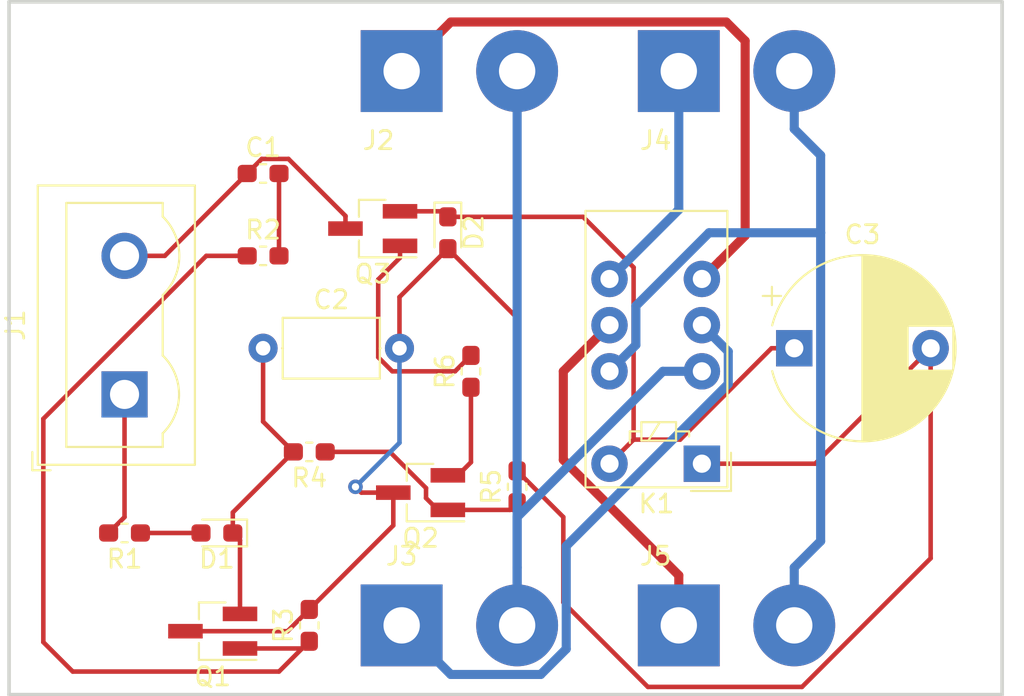
<source format=kicad_pcb>
(kicad_pcb (version 20171130) (host pcbnew "(5.0.1-3-g963ef8bb5)")

  (general
    (thickness 1.6)
    (drawings 4)
    (tracks 108)
    (zones 0)
    (modules 24)
    (nets 18)
  )

  (page A4)
  (layers
    (0 F.Cu signal)
    (31 B.Cu signal)
    (32 B.Adhes user)
    (33 F.Adhes user)
    (34 B.Paste user)
    (35 F.Paste user)
    (36 B.SilkS user)
    (37 F.SilkS user)
    (38 B.Mask user)
    (39 F.Mask user)
    (40 Dwgs.User user)
    (41 Cmts.User user)
    (42 Eco1.User user)
    (43 Eco2.User user)
    (44 Edge.Cuts user)
    (45 Margin user)
    (46 B.CrtYd user)
    (47 F.CrtYd user)
    (48 B.Fab user)
    (49 F.Fab user)
  )

  (setup
    (last_trace_width 0.25)
    (user_trace_width 0.5)
    (trace_clearance 0.2)
    (zone_clearance 0.508)
    (zone_45_only no)
    (trace_min 0.2)
    (segment_width 0.2)
    (edge_width 0.15)
    (via_size 0.8)
    (via_drill 0.4)
    (via_min_size 0.4)
    (via_min_drill 0.3)
    (uvia_size 0.3)
    (uvia_drill 0.1)
    (uvias_allowed no)
    (uvia_min_size 0.2)
    (uvia_min_drill 0.1)
    (pcb_text_width 0.3)
    (pcb_text_size 1.5 1.5)
    (mod_edge_width 0.15)
    (mod_text_size 1 1)
    (mod_text_width 0.15)
    (pad_size 1.524 1.524)
    (pad_drill 0.762)
    (pad_to_mask_clearance 0.051)
    (solder_mask_min_width 0.25)
    (aux_axis_origin 0 0)
    (visible_elements FFFFFF7F)
    (pcbplotparams
      (layerselection 0x010fc_ffffffff)
      (usegerberextensions false)
      (usegerberattributes false)
      (usegerberadvancedattributes false)
      (creategerberjobfile false)
      (excludeedgelayer true)
      (linewidth 0.100000)
      (plotframeref false)
      (viasonmask false)
      (mode 1)
      (useauxorigin false)
      (hpglpennumber 1)
      (hpglpenspeed 20)
      (hpglpendiameter 15.000000)
      (psnegative false)
      (psa4output false)
      (plotreference true)
      (plotvalue true)
      (plotinvisibletext false)
      (padsonsilk false)
      (subtractmaskfromsilk false)
      (outputformat 1)
      (mirror false)
      (drillshape 0)
      (scaleselection 1)
      (outputdirectory "gerber"))
  )

  (net 0 "")
  (net 1 "Net-(C1-Pad2)")
  (net 2 "Net-(C1-Pad1)")
  (net 3 "Net-(C2-Pad1)")
  (net 4 GND)
  (net 5 /Aux)
  (net 6 "Net-(D1-Pad2)")
  (net 7 /ACSense)
  (net 8 "Net-(J2-Pad2)")
  (net 9 "Net-(J2-Pad1)")
  (net 10 "Net-(J3-Pad1)")
  (net 11 "Net-(J4-Pad1)")
  (net 12 "Net-(J4-Pad2)")
  (net 13 "Net-(Q1-Pad1)")
  (net 14 "Net-(Q2-Pad1)")
  (net 15 "Net-(Q2-Pad2)")
  (net 16 "Net-(Q3-Pad1)")
  (net 17 "Net-(J5-Pad1)")

  (net_class Default "This is the default net class."
    (clearance 0.2)
    (trace_width 0.25)
    (via_dia 0.8)
    (via_drill 0.4)
    (uvia_dia 0.3)
    (uvia_drill 0.1)
    (add_net /ACSense)
    (add_net /Aux)
    (add_net GND)
    (add_net "Net-(C1-Pad1)")
    (add_net "Net-(C1-Pad2)")
    (add_net "Net-(C2-Pad1)")
    (add_net "Net-(D1-Pad2)")
    (add_net "Net-(J2-Pad1)")
    (add_net "Net-(J2-Pad2)")
    (add_net "Net-(J3-Pad1)")
    (add_net "Net-(J4-Pad1)")
    (add_net "Net-(J4-Pad2)")
    (add_net "Net-(J5-Pad1)")
    (add_net "Net-(Q1-Pad1)")
    (add_net "Net-(Q2-Pad1)")
    (add_net "Net-(Q2-Pad2)")
    (add_net "Net-(Q3-Pad1)")
  )

  (module Relay_THT:Relay_DPDT_Omron_G6S-2 (layer F.Cu) (tedit 5A59B931) (tstamp 5CDFBE6E)
    (at 87.63 105.41 180)
    (descr "Relay Omron G6S-2, see http://omronfs.omron.com/en_US/ecb/products/pdf/en-g6s.pdf")
    (tags "Relay Omron G6S-2")
    (path /5C49BA51)
    (fp_text reference K1 (at 2.5 -2.2 180) (layer F.SilkS)
      (effects (font (size 1 1) (thickness 0.15)))
    )
    (fp_text value G6S-2 (at 2.5 14.9 180) (layer F.Fab)
      (effects (font (size 1 1) (thickness 0.15)))
    )
    (fp_text user %R (at 2.54 6.35 180) (layer F.Fab)
      (effects (font (size 1 1) (thickness 0.15)))
    )
    (fp_line (start -1.6 -1.5) (end 0.6 -1.5) (layer F.SilkS) (width 0.12))
    (fp_line (start -1.6 0.6) (end -1.6 -1.5) (layer F.SilkS) (width 0.12))
    (fp_line (start -1.4 13.9) (end -1.4 -1.3) (layer F.SilkS) (width 0.12))
    (fp_line (start 6.4 13.9) (end -1.4 13.9) (layer F.SilkS) (width 0.12))
    (fp_line (start 6.4 -1.3) (end 6.4 13.9) (layer F.SilkS) (width 0.12))
    (fp_line (start -1.4 -1.3) (end 6.4 -1.3) (layer F.SilkS) (width 0.12))
    (fp_line (start -1.2 -0.1) (end -0.1 -1.1) (layer F.Fab) (width 0.12))
    (fp_line (start -1.2 13.7) (end -1.2 -0.1) (layer F.Fab) (width 0.12))
    (fp_line (start 6.2 13.7) (end -1.2 13.7) (layer F.Fab) (width 0.12))
    (fp_line (start 6.2 -1.1) (end 6.2 13.7) (layer F.Fab) (width 0.12))
    (fp_line (start -0.1 -1.1) (end 6.2 -1.1) (layer F.Fab) (width 0.12))
    (fp_line (start 2.946 1.27) (end 2.311 2.286) (layer F.SilkS) (width 0.12))
    (fp_line (start 0.7 1.5) (end 0.7 1.778) (layer F.SilkS) (width 0.12))
    (fp_line (start 0.7 1.778) (end 1.422 1.778) (layer F.SilkS) (width 0.12))
    (fp_line (start 3.962 1.143) (end 3.962 1.778) (layer F.SilkS) (width 0.12))
    (fp_line (start 3.962 1.778) (end 3.327 1.778) (layer F.SilkS) (width 0.12))
    (fp_line (start 3.327 1.27) (end 1.422 1.27) (layer F.SilkS) (width 0.12))
    (fp_line (start 1.422 1.27) (end 1.422 2.286) (layer F.SilkS) (width 0.12))
    (fp_line (start 1.422 2.286) (end 3.327 2.286) (layer F.SilkS) (width 0.12))
    (fp_line (start 3.327 1.27) (end 3.327 2.286) (layer F.SilkS) (width 0.12))
    (fp_line (start -1.45 -1.35) (end 6.45 -1.35) (layer F.CrtYd) (width 0.05))
    (fp_line (start -1.45 -1.35) (end -1.45 13.95) (layer F.CrtYd) (width 0.05))
    (fp_line (start 6.45 13.95) (end 6.45 -1.35) (layer F.CrtYd) (width 0.05))
    (fp_line (start 6.45 13.95) (end -1.45 13.95) (layer F.CrtYd) (width 0.05))
    (pad 7 thru_hole circle (at 5.08 7.62 90) (size 2 2) (drill 1) (layers *.Cu *.Mask)
      (net 17 "Net-(J5-Pad1)"))
    (pad 4 thru_hole circle (at 0 7.62 90) (size 2 2) (drill 1) (layers *.Cu *.Mask)
      (net 10 "Net-(J3-Pad1)"))
    (pad 10 thru_hole circle (at 5.08 0 180) (size 2 2) (drill 1) (layers *.Cu *.Mask)
      (net 5 /Aux))
    (pad 8 thru_hole circle (at 5.08 5.08 180) (size 2 2) (drill 1) (layers *.Cu *.Mask)
      (net 12 "Net-(J4-Pad2)"))
    (pad 1 thru_hole rect (at 0 0 180) (size 2 2) (drill 1) (layers *.Cu *.Mask)
      (net 4 GND))
    (pad 3 thru_hole circle (at 0 5.08 180) (size 2 2) (drill 1) (layers *.Cu *.Mask)
      (net 8 "Net-(J2-Pad2)"))
    (pad 6 thru_hole circle (at 5.08 10.16 180) (size 2 2) (drill 1) (layers *.Cu *.Mask)
      (net 11 "Net-(J4-Pad1)"))
    (pad 5 thru_hole circle (at 0 10.16 180) (size 2 2) (drill 1) (layers *.Cu *.Mask)
      (net 9 "Net-(J2-Pad1)"))
    (model ${KISYS3DMOD}/Relay_THT.3dshapes/Relay_DPDT_Omron_G6S-2.wrl
      (at (xyz 0 0 0))
      (scale (xyz 1 1 1))
      (rotate (xyz 0 0 0))
    )
  )

  (module Package_TO_SOT_SMD:SOT-23_Handsoldering (layer F.Cu) (tedit 5A0AB76C) (tstamp 5CDF8897)
    (at 60.73 114.62 180)
    (descr "SOT-23, Handsoldering")
    (tags SOT-23)
    (path /5C490248)
    (attr smd)
    (fp_text reference Q1 (at 0 -2.5 180) (layer F.SilkS)
      (effects (font (size 1 1) (thickness 0.15)))
    )
    (fp_text value npn (at 0 2.5 180) (layer F.Fab)
      (effects (font (size 1 1) (thickness 0.15)))
    )
    (fp_line (start 0.76 1.58) (end -0.7 1.58) (layer F.SilkS) (width 0.12))
    (fp_line (start -0.7 1.52) (end 0.7 1.52) (layer F.Fab) (width 0.1))
    (fp_line (start 0.7 -1.52) (end 0.7 1.52) (layer F.Fab) (width 0.1))
    (fp_line (start -0.7 -0.95) (end -0.15 -1.52) (layer F.Fab) (width 0.1))
    (fp_line (start -0.15 -1.52) (end 0.7 -1.52) (layer F.Fab) (width 0.1))
    (fp_line (start -0.7 -0.95) (end -0.7 1.5) (layer F.Fab) (width 0.1))
    (fp_line (start 0.76 -1.58) (end -2.4 -1.58) (layer F.SilkS) (width 0.12))
    (fp_line (start -2.7 1.75) (end -2.7 -1.75) (layer F.CrtYd) (width 0.05))
    (fp_line (start 2.7 1.75) (end -2.7 1.75) (layer F.CrtYd) (width 0.05))
    (fp_line (start 2.7 -1.75) (end 2.7 1.75) (layer F.CrtYd) (width 0.05))
    (fp_line (start -2.7 -1.75) (end 2.7 -1.75) (layer F.CrtYd) (width 0.05))
    (fp_line (start 0.76 -1.58) (end 0.76 -0.65) (layer F.SilkS) (width 0.12))
    (fp_line (start 0.76 1.58) (end 0.76 0.65) (layer F.SilkS) (width 0.12))
    (fp_text user %R (at 0 0 270) (layer F.Fab)
      (effects (font (size 0.5 0.5) (thickness 0.075)))
    )
    (pad 3 smd rect (at 1.5 0 180) (size 1.9 0.8) (layers F.Cu F.Paste F.Mask)
      (net 4 GND))
    (pad 2 smd rect (at -1.5 0.95 180) (size 1.9 0.8) (layers F.Cu F.Paste F.Mask)
      (net 3 "Net-(C2-Pad1)"))
    (pad 1 smd rect (at -1.5 -0.95 180) (size 1.9 0.8) (layers F.Cu F.Paste F.Mask)
      (net 13 "Net-(Q1-Pad1)"))
    (model ${KISYS3DMOD}/Package_TO_SOT_SMD.3dshapes/SOT-23.wrl
      (at (xyz 0 0 0))
      (scale (xyz 1 1 1))
      (rotate (xyz 0 0 0))
    )
  )

  (module Capacitor_THT:CP_Radial_D10.0mm_P7.50mm (layer F.Cu) (tedit 5AE50EF1) (tstamp 5CDFA8D9)
    (at 92.71 99.06)
    (descr "CP, Radial series, Radial, pin pitch=7.50mm, , diameter=10mm, Electrolytic Capacitor")
    (tags "CP Radial series Radial pin pitch 7.50mm  diameter 10mm Electrolytic Capacitor")
    (path /5C490F8F)
    (fp_text reference C3 (at 3.75 -6.25) (layer F.SilkS)
      (effects (font (size 1 1) (thickness 0.15)))
    )
    (fp_text value 1000u (at 10.16 -3.81) (layer F.Fab)
      (effects (font (size 1 1) (thickness 0.15)))
    )
    (fp_arc (start 3.75 0) (end -1.21254 -1.26) (angle 331.50704) (layer F.SilkS) (width 0.12))
    (fp_circle (center 3.75 0) (end 8.75 0) (layer F.Fab) (width 0.1))
    (fp_circle (center 3.75 0) (end 9 0) (layer F.CrtYd) (width 0.05))
    (fp_line (start -0.538861 -2.1875) (end 0.461139 -2.1875) (layer F.Fab) (width 0.1))
    (fp_line (start -0.038861 -2.6875) (end -0.038861 -1.6875) (layer F.Fab) (width 0.1))
    (fp_line (start 3.75 -5.08) (end 3.75 5.08) (layer F.SilkS) (width 0.12))
    (fp_line (start 3.79 -5.08) (end 3.79 5.08) (layer F.SilkS) (width 0.12))
    (fp_line (start 3.83 -5.08) (end 3.83 5.08) (layer F.SilkS) (width 0.12))
    (fp_line (start 3.87 -5.079) (end 3.87 5.079) (layer F.SilkS) (width 0.12))
    (fp_line (start 3.91 -5.078) (end 3.91 5.078) (layer F.SilkS) (width 0.12))
    (fp_line (start 3.95 -5.077) (end 3.95 5.077) (layer F.SilkS) (width 0.12))
    (fp_line (start 3.99 -5.075) (end 3.99 5.075) (layer F.SilkS) (width 0.12))
    (fp_line (start 4.03 -5.073) (end 4.03 5.073) (layer F.SilkS) (width 0.12))
    (fp_line (start 4.07 -5.07) (end 4.07 5.07) (layer F.SilkS) (width 0.12))
    (fp_line (start 4.11 -5.068) (end 4.11 5.068) (layer F.SilkS) (width 0.12))
    (fp_line (start 4.15 -5.065) (end 4.15 5.065) (layer F.SilkS) (width 0.12))
    (fp_line (start 4.19 -5.062) (end 4.19 5.062) (layer F.SilkS) (width 0.12))
    (fp_line (start 4.23 -5.058) (end 4.23 5.058) (layer F.SilkS) (width 0.12))
    (fp_line (start 4.27 -5.054) (end 4.27 5.054) (layer F.SilkS) (width 0.12))
    (fp_line (start 4.31 -5.05) (end 4.31 5.05) (layer F.SilkS) (width 0.12))
    (fp_line (start 4.35 -5.045) (end 4.35 5.045) (layer F.SilkS) (width 0.12))
    (fp_line (start 4.39 -5.04) (end 4.39 5.04) (layer F.SilkS) (width 0.12))
    (fp_line (start 4.43 -5.035) (end 4.43 5.035) (layer F.SilkS) (width 0.12))
    (fp_line (start 4.471 -5.03) (end 4.471 5.03) (layer F.SilkS) (width 0.12))
    (fp_line (start 4.511 -5.024) (end 4.511 5.024) (layer F.SilkS) (width 0.12))
    (fp_line (start 4.551 -5.018) (end 4.551 5.018) (layer F.SilkS) (width 0.12))
    (fp_line (start 4.591 -5.011) (end 4.591 5.011) (layer F.SilkS) (width 0.12))
    (fp_line (start 4.631 -5.004) (end 4.631 5.004) (layer F.SilkS) (width 0.12))
    (fp_line (start 4.671 -4.997) (end 4.671 4.997) (layer F.SilkS) (width 0.12))
    (fp_line (start 4.711 -4.99) (end 4.711 4.99) (layer F.SilkS) (width 0.12))
    (fp_line (start 4.751 -4.982) (end 4.751 4.982) (layer F.SilkS) (width 0.12))
    (fp_line (start 4.791 -4.974) (end 4.791 4.974) (layer F.SilkS) (width 0.12))
    (fp_line (start 4.831 -4.965) (end 4.831 4.965) (layer F.SilkS) (width 0.12))
    (fp_line (start 4.871 -4.956) (end 4.871 4.956) (layer F.SilkS) (width 0.12))
    (fp_line (start 4.911 -4.947) (end 4.911 4.947) (layer F.SilkS) (width 0.12))
    (fp_line (start 4.951 -4.938) (end 4.951 4.938) (layer F.SilkS) (width 0.12))
    (fp_line (start 4.991 -4.928) (end 4.991 4.928) (layer F.SilkS) (width 0.12))
    (fp_line (start 5.031 -4.918) (end 5.031 4.918) (layer F.SilkS) (width 0.12))
    (fp_line (start 5.071 -4.907) (end 5.071 4.907) (layer F.SilkS) (width 0.12))
    (fp_line (start 5.111 -4.897) (end 5.111 4.897) (layer F.SilkS) (width 0.12))
    (fp_line (start 5.151 -4.885) (end 5.151 4.885) (layer F.SilkS) (width 0.12))
    (fp_line (start 5.191 -4.874) (end 5.191 4.874) (layer F.SilkS) (width 0.12))
    (fp_line (start 5.231 -4.862) (end 5.231 4.862) (layer F.SilkS) (width 0.12))
    (fp_line (start 5.271 -4.85) (end 5.271 4.85) (layer F.SilkS) (width 0.12))
    (fp_line (start 5.311 -4.837) (end 5.311 4.837) (layer F.SilkS) (width 0.12))
    (fp_line (start 5.351 -4.824) (end 5.351 4.824) (layer F.SilkS) (width 0.12))
    (fp_line (start 5.391 -4.811) (end 5.391 4.811) (layer F.SilkS) (width 0.12))
    (fp_line (start 5.431 -4.797) (end 5.431 4.797) (layer F.SilkS) (width 0.12))
    (fp_line (start 5.471 -4.783) (end 5.471 4.783) (layer F.SilkS) (width 0.12))
    (fp_line (start 5.511 -4.768) (end 5.511 4.768) (layer F.SilkS) (width 0.12))
    (fp_line (start 5.551 -4.754) (end 5.551 4.754) (layer F.SilkS) (width 0.12))
    (fp_line (start 5.591 -4.738) (end 5.591 4.738) (layer F.SilkS) (width 0.12))
    (fp_line (start 5.631 -4.723) (end 5.631 4.723) (layer F.SilkS) (width 0.12))
    (fp_line (start 5.671 -4.707) (end 5.671 4.707) (layer F.SilkS) (width 0.12))
    (fp_line (start 5.711 -4.69) (end 5.711 4.69) (layer F.SilkS) (width 0.12))
    (fp_line (start 5.751 -4.674) (end 5.751 4.674) (layer F.SilkS) (width 0.12))
    (fp_line (start 5.791 -4.657) (end 5.791 4.657) (layer F.SilkS) (width 0.12))
    (fp_line (start 5.831 -4.639) (end 5.831 4.639) (layer F.SilkS) (width 0.12))
    (fp_line (start 5.871 -4.621) (end 5.871 4.621) (layer F.SilkS) (width 0.12))
    (fp_line (start 5.911 -4.603) (end 5.911 4.603) (layer F.SilkS) (width 0.12))
    (fp_line (start 5.951 -4.584) (end 5.951 4.584) (layer F.SilkS) (width 0.12))
    (fp_line (start 5.991 -4.564) (end 5.991 4.564) (layer F.SilkS) (width 0.12))
    (fp_line (start 6.031 -4.545) (end 6.031 4.545) (layer F.SilkS) (width 0.12))
    (fp_line (start 6.071 -4.525) (end 6.071 4.525) (layer F.SilkS) (width 0.12))
    (fp_line (start 6.111 -4.504) (end 6.111 4.504) (layer F.SilkS) (width 0.12))
    (fp_line (start 6.151 -4.483) (end 6.151 4.483) (layer F.SilkS) (width 0.12))
    (fp_line (start 6.191 -4.462) (end 6.191 4.462) (layer F.SilkS) (width 0.12))
    (fp_line (start 6.231 -4.44) (end 6.231 4.44) (layer F.SilkS) (width 0.12))
    (fp_line (start 6.271 -4.417) (end 6.271 -1.241) (layer F.SilkS) (width 0.12))
    (fp_line (start 6.271 1.241) (end 6.271 4.417) (layer F.SilkS) (width 0.12))
    (fp_line (start 6.311 -4.395) (end 6.311 -1.241) (layer F.SilkS) (width 0.12))
    (fp_line (start 6.311 1.241) (end 6.311 4.395) (layer F.SilkS) (width 0.12))
    (fp_line (start 6.351 -4.371) (end 6.351 -1.241) (layer F.SilkS) (width 0.12))
    (fp_line (start 6.351 1.241) (end 6.351 4.371) (layer F.SilkS) (width 0.12))
    (fp_line (start 6.391 -4.347) (end 6.391 -1.241) (layer F.SilkS) (width 0.12))
    (fp_line (start 6.391 1.241) (end 6.391 4.347) (layer F.SilkS) (width 0.12))
    (fp_line (start 6.431 -4.323) (end 6.431 -1.241) (layer F.SilkS) (width 0.12))
    (fp_line (start 6.431 1.241) (end 6.431 4.323) (layer F.SilkS) (width 0.12))
    (fp_line (start 6.471 -4.298) (end 6.471 -1.241) (layer F.SilkS) (width 0.12))
    (fp_line (start 6.471 1.241) (end 6.471 4.298) (layer F.SilkS) (width 0.12))
    (fp_line (start 6.511 -4.273) (end 6.511 -1.241) (layer F.SilkS) (width 0.12))
    (fp_line (start 6.511 1.241) (end 6.511 4.273) (layer F.SilkS) (width 0.12))
    (fp_line (start 6.551 -4.247) (end 6.551 -1.241) (layer F.SilkS) (width 0.12))
    (fp_line (start 6.551 1.241) (end 6.551 4.247) (layer F.SilkS) (width 0.12))
    (fp_line (start 6.591 -4.221) (end 6.591 -1.241) (layer F.SilkS) (width 0.12))
    (fp_line (start 6.591 1.241) (end 6.591 4.221) (layer F.SilkS) (width 0.12))
    (fp_line (start 6.631 -4.194) (end 6.631 -1.241) (layer F.SilkS) (width 0.12))
    (fp_line (start 6.631 1.241) (end 6.631 4.194) (layer F.SilkS) (width 0.12))
    (fp_line (start 6.671 -4.166) (end 6.671 -1.241) (layer F.SilkS) (width 0.12))
    (fp_line (start 6.671 1.241) (end 6.671 4.166) (layer F.SilkS) (width 0.12))
    (fp_line (start 6.711 -4.138) (end 6.711 -1.241) (layer F.SilkS) (width 0.12))
    (fp_line (start 6.711 1.241) (end 6.711 4.138) (layer F.SilkS) (width 0.12))
    (fp_line (start 6.751 -4.11) (end 6.751 -1.241) (layer F.SilkS) (width 0.12))
    (fp_line (start 6.751 1.241) (end 6.751 4.11) (layer F.SilkS) (width 0.12))
    (fp_line (start 6.791 -4.08) (end 6.791 -1.241) (layer F.SilkS) (width 0.12))
    (fp_line (start 6.791 1.241) (end 6.791 4.08) (layer F.SilkS) (width 0.12))
    (fp_line (start 6.831 -4.05) (end 6.831 -1.241) (layer F.SilkS) (width 0.12))
    (fp_line (start 6.831 1.241) (end 6.831 4.05) (layer F.SilkS) (width 0.12))
    (fp_line (start 6.871 -4.02) (end 6.871 -1.241) (layer F.SilkS) (width 0.12))
    (fp_line (start 6.871 1.241) (end 6.871 4.02) (layer F.SilkS) (width 0.12))
    (fp_line (start 6.911 -3.989) (end 6.911 -1.241) (layer F.SilkS) (width 0.12))
    (fp_line (start 6.911 1.241) (end 6.911 3.989) (layer F.SilkS) (width 0.12))
    (fp_line (start 6.951 -3.957) (end 6.951 -1.241) (layer F.SilkS) (width 0.12))
    (fp_line (start 6.951 1.241) (end 6.951 3.957) (layer F.SilkS) (width 0.12))
    (fp_line (start 6.991 -3.925) (end 6.991 -1.241) (layer F.SilkS) (width 0.12))
    (fp_line (start 6.991 1.241) (end 6.991 3.925) (layer F.SilkS) (width 0.12))
    (fp_line (start 7.031 -3.892) (end 7.031 -1.241) (layer F.SilkS) (width 0.12))
    (fp_line (start 7.031 1.241) (end 7.031 3.892) (layer F.SilkS) (width 0.12))
    (fp_line (start 7.071 -3.858) (end 7.071 -1.241) (layer F.SilkS) (width 0.12))
    (fp_line (start 7.071 1.241) (end 7.071 3.858) (layer F.SilkS) (width 0.12))
    (fp_line (start 7.111 -3.824) (end 7.111 -1.241) (layer F.SilkS) (width 0.12))
    (fp_line (start 7.111 1.241) (end 7.111 3.824) (layer F.SilkS) (width 0.12))
    (fp_line (start 7.151 -3.789) (end 7.151 -1.241) (layer F.SilkS) (width 0.12))
    (fp_line (start 7.151 1.241) (end 7.151 3.789) (layer F.SilkS) (width 0.12))
    (fp_line (start 7.191 -3.753) (end 7.191 -1.241) (layer F.SilkS) (width 0.12))
    (fp_line (start 7.191 1.241) (end 7.191 3.753) (layer F.SilkS) (width 0.12))
    (fp_line (start 7.231 -3.716) (end 7.231 -1.241) (layer F.SilkS) (width 0.12))
    (fp_line (start 7.231 1.241) (end 7.231 3.716) (layer F.SilkS) (width 0.12))
    (fp_line (start 7.271 -3.679) (end 7.271 -1.241) (layer F.SilkS) (width 0.12))
    (fp_line (start 7.271 1.241) (end 7.271 3.679) (layer F.SilkS) (width 0.12))
    (fp_line (start 7.311 -3.64) (end 7.311 -1.241) (layer F.SilkS) (width 0.12))
    (fp_line (start 7.311 1.241) (end 7.311 3.64) (layer F.SilkS) (width 0.12))
    (fp_line (start 7.351 -3.601) (end 7.351 -1.241) (layer F.SilkS) (width 0.12))
    (fp_line (start 7.351 1.241) (end 7.351 3.601) (layer F.SilkS) (width 0.12))
    (fp_line (start 7.391 -3.561) (end 7.391 -1.241) (layer F.SilkS) (width 0.12))
    (fp_line (start 7.391 1.241) (end 7.391 3.561) (layer F.SilkS) (width 0.12))
    (fp_line (start 7.431 -3.52) (end 7.431 -1.241) (layer F.SilkS) (width 0.12))
    (fp_line (start 7.431 1.241) (end 7.431 3.52) (layer F.SilkS) (width 0.12))
    (fp_line (start 7.471 -3.478) (end 7.471 -1.241) (layer F.SilkS) (width 0.12))
    (fp_line (start 7.471 1.241) (end 7.471 3.478) (layer F.SilkS) (width 0.12))
    (fp_line (start 7.511 -3.436) (end 7.511 -1.241) (layer F.SilkS) (width 0.12))
    (fp_line (start 7.511 1.241) (end 7.511 3.436) (layer F.SilkS) (width 0.12))
    (fp_line (start 7.551 -3.392) (end 7.551 -1.241) (layer F.SilkS) (width 0.12))
    (fp_line (start 7.551 1.241) (end 7.551 3.392) (layer F.SilkS) (width 0.12))
    (fp_line (start 7.591 -3.347) (end 7.591 -1.241) (layer F.SilkS) (width 0.12))
    (fp_line (start 7.591 1.241) (end 7.591 3.347) (layer F.SilkS) (width 0.12))
    (fp_line (start 7.631 -3.301) (end 7.631 -1.241) (layer F.SilkS) (width 0.12))
    (fp_line (start 7.631 1.241) (end 7.631 3.301) (layer F.SilkS) (width 0.12))
    (fp_line (start 7.671 -3.254) (end 7.671 -1.241) (layer F.SilkS) (width 0.12))
    (fp_line (start 7.671 1.241) (end 7.671 3.254) (layer F.SilkS) (width 0.12))
    (fp_line (start 7.711 -3.206) (end 7.711 -1.241) (layer F.SilkS) (width 0.12))
    (fp_line (start 7.711 1.241) (end 7.711 3.206) (layer F.SilkS) (width 0.12))
    (fp_line (start 7.751 -3.156) (end 7.751 -1.241) (layer F.SilkS) (width 0.12))
    (fp_line (start 7.751 1.241) (end 7.751 3.156) (layer F.SilkS) (width 0.12))
    (fp_line (start 7.791 -3.106) (end 7.791 -1.241) (layer F.SilkS) (width 0.12))
    (fp_line (start 7.791 1.241) (end 7.791 3.106) (layer F.SilkS) (width 0.12))
    (fp_line (start 7.831 -3.054) (end 7.831 -1.241) (layer F.SilkS) (width 0.12))
    (fp_line (start 7.831 1.241) (end 7.831 3.054) (layer F.SilkS) (width 0.12))
    (fp_line (start 7.871 -3) (end 7.871 -1.241) (layer F.SilkS) (width 0.12))
    (fp_line (start 7.871 1.241) (end 7.871 3) (layer F.SilkS) (width 0.12))
    (fp_line (start 7.911 -2.945) (end 7.911 -1.241) (layer F.SilkS) (width 0.12))
    (fp_line (start 7.911 1.241) (end 7.911 2.945) (layer F.SilkS) (width 0.12))
    (fp_line (start 7.951 -2.889) (end 7.951 -1.241) (layer F.SilkS) (width 0.12))
    (fp_line (start 7.951 1.241) (end 7.951 2.889) (layer F.SilkS) (width 0.12))
    (fp_line (start 7.991 -2.83) (end 7.991 -1.241) (layer F.SilkS) (width 0.12))
    (fp_line (start 7.991 1.241) (end 7.991 2.83) (layer F.SilkS) (width 0.12))
    (fp_line (start 8.031 -2.77) (end 8.031 -1.241) (layer F.SilkS) (width 0.12))
    (fp_line (start 8.031 1.241) (end 8.031 2.77) (layer F.SilkS) (width 0.12))
    (fp_line (start 8.071 -2.709) (end 8.071 -1.241) (layer F.SilkS) (width 0.12))
    (fp_line (start 8.071 1.241) (end 8.071 2.709) (layer F.SilkS) (width 0.12))
    (fp_line (start 8.111 -2.645) (end 8.111 -1.241) (layer F.SilkS) (width 0.12))
    (fp_line (start 8.111 1.241) (end 8.111 2.645) (layer F.SilkS) (width 0.12))
    (fp_line (start 8.151 -2.579) (end 8.151 -1.241) (layer F.SilkS) (width 0.12))
    (fp_line (start 8.151 1.241) (end 8.151 2.579) (layer F.SilkS) (width 0.12))
    (fp_line (start 8.191 -2.51) (end 8.191 -1.241) (layer F.SilkS) (width 0.12))
    (fp_line (start 8.191 1.241) (end 8.191 2.51) (layer F.SilkS) (width 0.12))
    (fp_line (start 8.231 -2.439) (end 8.231 -1.241) (layer F.SilkS) (width 0.12))
    (fp_line (start 8.231 1.241) (end 8.231 2.439) (layer F.SilkS) (width 0.12))
    (fp_line (start 8.271 -2.365) (end 8.271 -1.241) (layer F.SilkS) (width 0.12))
    (fp_line (start 8.271 1.241) (end 8.271 2.365) (layer F.SilkS) (width 0.12))
    (fp_line (start 8.311 -2.289) (end 8.311 -1.241) (layer F.SilkS) (width 0.12))
    (fp_line (start 8.311 1.241) (end 8.311 2.289) (layer F.SilkS) (width 0.12))
    (fp_line (start 8.351 -2.209) (end 8.351 -1.241) (layer F.SilkS) (width 0.12))
    (fp_line (start 8.351 1.241) (end 8.351 2.209) (layer F.SilkS) (width 0.12))
    (fp_line (start 8.391 -2.125) (end 8.391 -1.241) (layer F.SilkS) (width 0.12))
    (fp_line (start 8.391 1.241) (end 8.391 2.125) (layer F.SilkS) (width 0.12))
    (fp_line (start 8.431 -2.037) (end 8.431 -1.241) (layer F.SilkS) (width 0.12))
    (fp_line (start 8.431 1.241) (end 8.431 2.037) (layer F.SilkS) (width 0.12))
    (fp_line (start 8.471 -1.944) (end 8.471 -1.241) (layer F.SilkS) (width 0.12))
    (fp_line (start 8.471 1.241) (end 8.471 1.944) (layer F.SilkS) (width 0.12))
    (fp_line (start 8.511 -1.846) (end 8.511 -1.241) (layer F.SilkS) (width 0.12))
    (fp_line (start 8.511 1.241) (end 8.511 1.846) (layer F.SilkS) (width 0.12))
    (fp_line (start 8.551 -1.742) (end 8.551 -1.241) (layer F.SilkS) (width 0.12))
    (fp_line (start 8.551 1.241) (end 8.551 1.742) (layer F.SilkS) (width 0.12))
    (fp_line (start 8.591 -1.63) (end 8.591 -1.241) (layer F.SilkS) (width 0.12))
    (fp_line (start 8.591 1.241) (end 8.591 1.63) (layer F.SilkS) (width 0.12))
    (fp_line (start 8.631 -1.51) (end 8.631 -1.241) (layer F.SilkS) (width 0.12))
    (fp_line (start 8.631 1.241) (end 8.631 1.51) (layer F.SilkS) (width 0.12))
    (fp_line (start 8.671 -1.378) (end 8.671 -1.241) (layer F.SilkS) (width 0.12))
    (fp_line (start 8.671 1.241) (end 8.671 1.378) (layer F.SilkS) (width 0.12))
    (fp_line (start 8.751 -1.062) (end 8.751 1.062) (layer F.SilkS) (width 0.12))
    (fp_line (start 8.791 -0.862) (end 8.791 0.862) (layer F.SilkS) (width 0.12))
    (fp_line (start 8.831 -0.599) (end 8.831 0.599) (layer F.SilkS) (width 0.12))
    (fp_line (start -1.729646 -2.875) (end -0.729646 -2.875) (layer F.SilkS) (width 0.12))
    (fp_line (start -1.229646 -3.375) (end -1.229646 -2.375) (layer F.SilkS) (width 0.12))
    (fp_text user %R (at 3.75 0) (layer F.Fab)
      (effects (font (size 1 1) (thickness 0.15)))
    )
    (pad 1 thru_hole rect (at 0 0) (size 2 2) (drill 1) (layers *.Cu *.Mask)
      (net 5 /Aux))
    (pad 2 thru_hole circle (at 7.5 0) (size 2 2) (drill 1) (layers *.Cu *.Mask)
      (net 4 GND))
    (model ${KISYS3DMOD}/Capacitor_THT.3dshapes/CP_Radial_D10.0mm_P7.50mm.wrl
      (at (xyz 0 0 0))
      (scale (xyz 1 1 1))
      (rotate (xyz 0 0 0))
    )
  )

  (module Diode_SMD:D_0603_1608Metric_Pad1.05x0.95mm_HandSolder (layer F.Cu) (tedit 5B4B45C8) (tstamp 5CDF8813)
    (at 73.66 92.71 270)
    (descr "Diode SMD 0603 (1608 Metric), square (rectangular) end terminal, IPC_7351 nominal, (Body size source: http://www.tortai-tech.com/upload/download/2011102023233369053.pdf), generated with kicad-footprint-generator")
    (tags "diode handsolder")
    (path /5C49112A)
    (attr smd)
    (fp_text reference D2 (at 0 -1.43 270) (layer F.SilkS)
      (effects (font (size 1 1) (thickness 0.15)))
    )
    (fp_text value D (at 0 1.43 270) (layer F.Fab)
      (effects (font (size 1 1) (thickness 0.15)))
    )
    (fp_line (start 0.8 -0.4) (end -0.5 -0.4) (layer F.Fab) (width 0.1))
    (fp_line (start -0.5 -0.4) (end -0.8 -0.1) (layer F.Fab) (width 0.1))
    (fp_line (start -0.8 -0.1) (end -0.8 0.4) (layer F.Fab) (width 0.1))
    (fp_line (start -0.8 0.4) (end 0.8 0.4) (layer F.Fab) (width 0.1))
    (fp_line (start 0.8 0.4) (end 0.8 -0.4) (layer F.Fab) (width 0.1))
    (fp_line (start 0.8 -0.735) (end -1.66 -0.735) (layer F.SilkS) (width 0.12))
    (fp_line (start -1.66 -0.735) (end -1.66 0.735) (layer F.SilkS) (width 0.12))
    (fp_line (start -1.66 0.735) (end 0.8 0.735) (layer F.SilkS) (width 0.12))
    (fp_line (start -1.65 0.73) (end -1.65 -0.73) (layer F.CrtYd) (width 0.05))
    (fp_line (start -1.65 -0.73) (end 1.65 -0.73) (layer F.CrtYd) (width 0.05))
    (fp_line (start 1.65 -0.73) (end 1.65 0.73) (layer F.CrtYd) (width 0.05))
    (fp_line (start 1.65 0.73) (end -1.65 0.73) (layer F.CrtYd) (width 0.05))
    (fp_text user %R (at 0 0 270) (layer F.Fab)
      (effects (font (size 0.4 0.4) (thickness 0.06)))
    )
    (pad 1 smd roundrect (at -0.875 0 270) (size 1.05 0.95) (layers F.Cu F.Paste F.Mask) (roundrect_rratio 0.25)
      (net 5 /Aux))
    (pad 2 smd roundrect (at 0.875 0 270) (size 1.05 0.95) (layers F.Cu F.Paste F.Mask) (roundrect_rratio 0.25)
      (net 4 GND))
    (model ${KISYS3DMOD}/Diode_SMD.3dshapes/D_0603_1608Metric.wrl
      (at (xyz 0 0 0))
      (scale (xyz 1 1 1))
      (rotate (xyz 0 0 0))
    )
  )

  (module Capacitor_SMD:C_0603_1608Metric_Pad1.05x0.95mm_HandSolder (layer F.Cu) (tedit 5CD54656) (tstamp 5CDFA8C9)
    (at 63.5 89.45)
    (descr "Capacitor SMD 0603 (1608 Metric), square (rectangular) end terminal, IPC_7351 nominal with elongated pad for handsoldering. (Body size source: http://www.tortai-tech.com/upload/download/2011102023233369053.pdf), generated with kicad-footprint-generator")
    (tags "capacitor handsolder")
    (path /5C491B44)
    (attr smd)
    (fp_text reference C1 (at 0 -1.43) (layer F.SilkS)
      (effects (font (size 1 1) (thickness 0.15)))
    )
    (fp_text value 100u (at 0 1.43) (layer F.Fab)
      (effects (font (size 1 1) (thickness 0.15)))
    )
    (fp_line (start -0.8 0.4) (end -0.8 -0.4) (layer F.Fab) (width 0.1))
    (fp_line (start -0.8 -0.4) (end 0.8 -0.4) (layer F.Fab) (width 0.1))
    (fp_line (start 0.8 -0.4) (end 0.8 0.4) (layer F.Fab) (width 0.1))
    (fp_line (start 0.8 0.4) (end -0.8 0.4) (layer F.Fab) (width 0.1))
    (fp_line (start -0.171267 -0.51) (end 0.171267 -0.51) (layer F.SilkS) (width 0.12))
    (fp_line (start -0.171267 0.51) (end 0.171267 0.51) (layer F.SilkS) (width 0.12))
    (fp_line (start -1.65 0.73) (end -1.65 -0.73) (layer F.CrtYd) (width 0.05))
    (fp_line (start -1.65 -0.73) (end 1.65 -0.73) (layer F.CrtYd) (width 0.05))
    (fp_line (start 1.65 -0.73) (end 1.65 0.73) (layer F.CrtYd) (width 0.05))
    (fp_line (start 1.65 0.73) (end -1.65 0.73) (layer F.CrtYd) (width 0.05))
    (fp_text user %R (at 0 0) (layer F.Fab)
      (effects (font (size 0.4 0.4) (thickness 0.06)))
    )
    (pad 1 smd roundrect (at -0.875 0) (size 1.05 0.95) (layers F.Cu F.Paste F.Mask) (roundrect_rratio 0.25)
      (net 2 "Net-(C1-Pad1)"))
    (pad 2 smd roundrect (at 0.875 0) (size 1.05 0.95) (layers F.Cu F.Paste F.Mask) (roundrect_rratio 0.25)
      (net 1 "Net-(C1-Pad2)"))
    (model ${KISYS3DMOD}/Capacitor_SMD.3dshapes/C_0603_1608Metric.wrl
      (at (xyz 0 0 0))
      (scale (xyz 1 1 1))
      (rotate (xyz 0 0 0))
    )
  )

  (module Capacitor_THT:C_Axial_L5.1mm_D3.1mm_P7.50mm_Horizontal (layer F.Cu) (tedit 5AE50EF0) (tstamp 5CDF87D6)
    (at 63.5 99.06)
    (descr "C, Axial series, Axial, Horizontal, pin pitch=7.5mm, , length*diameter=5.1*3.1mm^2, http://www.vishay.com/docs/45231/arseries.pdf")
    (tags "C Axial series Axial Horizontal pin pitch 7.5mm  length 5.1mm diameter 3.1mm")
    (path /5C49167E)
    (fp_text reference C2 (at 3.75 -2.67) (layer F.SilkS)
      (effects (font (size 1 1) (thickness 0.15)))
    )
    (fp_text value 1u (at 3.75 2.67) (layer F.Fab)
      (effects (font (size 1 1) (thickness 0.15)))
    )
    (fp_line (start 1.2 -1.55) (end 1.2 1.55) (layer F.Fab) (width 0.1))
    (fp_line (start 1.2 1.55) (end 6.3 1.55) (layer F.Fab) (width 0.1))
    (fp_line (start 6.3 1.55) (end 6.3 -1.55) (layer F.Fab) (width 0.1))
    (fp_line (start 6.3 -1.55) (end 1.2 -1.55) (layer F.Fab) (width 0.1))
    (fp_line (start 0 0) (end 1.2 0) (layer F.Fab) (width 0.1))
    (fp_line (start 7.5 0) (end 6.3 0) (layer F.Fab) (width 0.1))
    (fp_line (start 1.08 -1.67) (end 1.08 1.67) (layer F.SilkS) (width 0.12))
    (fp_line (start 1.08 1.67) (end 6.42 1.67) (layer F.SilkS) (width 0.12))
    (fp_line (start 6.42 1.67) (end 6.42 -1.67) (layer F.SilkS) (width 0.12))
    (fp_line (start 6.42 -1.67) (end 1.08 -1.67) (layer F.SilkS) (width 0.12))
    (fp_line (start 1.04 0) (end 1.08 0) (layer F.SilkS) (width 0.12))
    (fp_line (start 6.46 0) (end 6.42 0) (layer F.SilkS) (width 0.12))
    (fp_line (start -1.05 -1.8) (end -1.05 1.8) (layer F.CrtYd) (width 0.05))
    (fp_line (start -1.05 1.8) (end 8.55 1.8) (layer F.CrtYd) (width 0.05))
    (fp_line (start 8.55 1.8) (end 8.55 -1.8) (layer F.CrtYd) (width 0.05))
    (fp_line (start 8.55 -1.8) (end -1.05 -1.8) (layer F.CrtYd) (width 0.05))
    (fp_text user %R (at 3.75 0) (layer F.Fab)
      (effects (font (size 1 1) (thickness 0.15)))
    )
    (pad 1 thru_hole circle (at 0 0) (size 1.6 1.6) (drill 0.8) (layers *.Cu *.Mask)
      (net 3 "Net-(C2-Pad1)"))
    (pad 2 thru_hole oval (at 7.5 0) (size 1.6 1.6) (drill 0.8) (layers *.Cu *.Mask)
      (net 4 GND))
    (model ${KISYS3DMOD}/Capacitor_THT.3dshapes/C_Axial_L5.1mm_D3.1mm_P7.50mm_Horizontal.wrl
      (at (xyz 0 0 0))
      (scale (xyz 1 1 1))
      (rotate (xyz 0 0 0))
    )
  )

  (module Diode_SMD:D_0603_1608Metric_Pad1.05x0.95mm_HandSolder (layer F.Cu) (tedit 5B4B45C8) (tstamp 5CDF8800)
    (at 60.96 109.22 180)
    (descr "Diode SMD 0603 (1608 Metric), square (rectangular) end terminal, IPC_7351 nominal, (Body size source: http://www.tortai-tech.com/upload/download/2011102023233369053.pdf), generated with kicad-footprint-generator")
    (tags "diode handsolder")
    (path /5C49683B)
    (attr smd)
    (fp_text reference D1 (at 0 -1.43 180) (layer F.SilkS)
      (effects (font (size 1 1) (thickness 0.15)))
    )
    (fp_text value D (at 0 1.43 180) (layer F.Fab)
      (effects (font (size 1 1) (thickness 0.15)))
    )
    (fp_text user %R (at 0 0 180) (layer F.Fab)
      (effects (font (size 0.4 0.4) (thickness 0.06)))
    )
    (fp_line (start 1.65 0.73) (end -1.65 0.73) (layer F.CrtYd) (width 0.05))
    (fp_line (start 1.65 -0.73) (end 1.65 0.73) (layer F.CrtYd) (width 0.05))
    (fp_line (start -1.65 -0.73) (end 1.65 -0.73) (layer F.CrtYd) (width 0.05))
    (fp_line (start -1.65 0.73) (end -1.65 -0.73) (layer F.CrtYd) (width 0.05))
    (fp_line (start -1.66 0.735) (end 0.8 0.735) (layer F.SilkS) (width 0.12))
    (fp_line (start -1.66 -0.735) (end -1.66 0.735) (layer F.SilkS) (width 0.12))
    (fp_line (start 0.8 -0.735) (end -1.66 -0.735) (layer F.SilkS) (width 0.12))
    (fp_line (start 0.8 0.4) (end 0.8 -0.4) (layer F.Fab) (width 0.1))
    (fp_line (start -0.8 0.4) (end 0.8 0.4) (layer F.Fab) (width 0.1))
    (fp_line (start -0.8 -0.1) (end -0.8 0.4) (layer F.Fab) (width 0.1))
    (fp_line (start -0.5 -0.4) (end -0.8 -0.1) (layer F.Fab) (width 0.1))
    (fp_line (start 0.8 -0.4) (end -0.5 -0.4) (layer F.Fab) (width 0.1))
    (pad 2 smd roundrect (at 0.875 0 180) (size 1.05 0.95) (layers F.Cu F.Paste F.Mask) (roundrect_rratio 0.25)
      (net 6 "Net-(D1-Pad2)"))
    (pad 1 smd roundrect (at -0.875 0 180) (size 1.05 0.95) (layers F.Cu F.Paste F.Mask) (roundrect_rratio 0.25)
      (net 3 "Net-(C2-Pad1)"))
    (model ${KISYS3DMOD}/Diode_SMD.3dshapes/D_0603_1608Metric.wrl
      (at (xyz 0 0 0))
      (scale (xyz 1 1 1))
      (rotate (xyz 0 0 0))
    )
  )

  (module TerminalBlock:TerminalBlock_Wuerth_691311400102_P7.62mm (layer F.Cu) (tedit 5B582864) (tstamp 5CDF8831)
    (at 55.88 101.6 90)
    (descr https://katalog.we-online.de/em/datasheet/6913114001xx.pdf)
    (tags "Wuerth WR-TBL Series 3114 terminal block pitch 7.62mm")
    (path /5C4ADA03)
    (fp_text reference J1 (at 3.81 -6 90) (layer F.SilkS)
      (effects (font (size 1 1) (thickness 0.15)))
    )
    (fp_text value "AC sense" (at 3.81 5 90) (layer F.Fab)
      (effects (font (size 1 1) (thickness 0.15)))
    )
    (fp_line (start -2.8 -4.7) (end 11.42 -4.7) (layer F.Fab) (width 0.1))
    (fp_line (start 11.42 -4.7) (end 11.42 3.8) (layer F.Fab) (width 0.1))
    (fp_line (start 11.42 3.8) (end -3.8 3.8) (layer F.Fab) (width 0.1))
    (fp_line (start -3.8 3.8) (end -3.8 -3.7) (layer F.Fab) (width 0.1))
    (fp_line (start -3.86 -4.77) (end 11.49 -4.77) (layer F.SilkS) (width 0.12))
    (fp_line (start 11.49 -4.77) (end 11.49 3.87) (layer F.SilkS) (width 0.12))
    (fp_line (start 11.49 3.87) (end -3.87 3.87) (layer F.SilkS) (width 0.12))
    (fp_line (start -3.87 3.87) (end -3.87 -4.77) (layer F.SilkS) (width 0.12))
    (fp_line (start -4.17 -5.07) (end -4.17 -4.07) (layer F.SilkS) (width 0.12))
    (fp_line (start -4.17 -5.07) (end -3.17 -5.07) (layer F.SilkS) (width 0.12))
    (fp_text user %R (at 3.81 0 90) (layer F.Fab)
      (effects (font (size 1 1) (thickness 0.15)))
    )
    (fp_line (start -4.3 -5.2) (end 11.92 -5.2) (layer F.CrtYd) (width 0.05))
    (fp_line (start 11.92 -5.2) (end 11.92 4.3) (layer F.CrtYd) (width 0.05))
    (fp_line (start 11.92 4.3) (end -4.3 4.3) (layer F.CrtYd) (width 0.05))
    (fp_line (start -4.3 4.3) (end -4.3 -5.2) (layer F.CrtYd) (width 0.05))
    (fp_line (start 10.53 -3.2) (end -2.89 -3.2) (layer F.SilkS) (width 0.12))
    (fp_line (start -2.89 -3.2) (end -2.89 2.1) (layer F.SilkS) (width 0.12))
    (fp_line (start -2.89 2.1) (end -2.14 2.1) (layer F.SilkS) (width 0.12))
    (fp_arc (start 0 0) (end -2.14 2.1) (angle -91.1) (layer F.SilkS) (width 0.12))
    (fp_line (start 2.14 2.1) (end 5.46 2.1) (layer F.SilkS) (width 0.12))
    (fp_arc (start 7.62 0) (end 5.46 2.1) (angle -91.6) (layer F.SilkS) (width 0.12))
    (fp_line (start 9.78 2.1) (end 10.53 2.1) (layer F.SilkS) (width 0.12))
    (fp_line (start 10.53 2.1) (end 10.53 -3.2) (layer F.SilkS) (width 0.12))
    (fp_line (start -3.8 -3.7) (end -2.8 -4.7) (layer F.Fab) (width 0.1))
    (pad 1 thru_hole rect (at 0 0 90) (size 2.54 2.54) (drill 1.6) (layers *.Cu *.Mask)
      (net 7 /ACSense))
    (pad 2 thru_hole circle (at 7.62 0 90) (size 2.54 2.54) (drill 1.6) (layers *.Cu *.Mask)
      (net 2 "Net-(C1-Pad1)"))
    (model ${KISYS3DMOD}/TerminalBlock.3dshapes/TerminalBlock_Wuerth_691311400102_P7.62mm.wrl
      (at (xyz 0 0 0))
      (scale (xyz 1 1 1))
      (rotate (xyz 0 0 0))
    )
  )

  (module Connector_Wire:SolderWirePad_1x02_P7.62mm_Drill2mm (layer F.Cu) (tedit 5AEE5F3D) (tstamp 5CDF883C)
    (at 71.12 83.82)
    (descr "Wire solder connection")
    (tags connector)
    (path /5C4AEF85)
    (attr virtual)
    (fp_text reference J2 (at -1.27 3.81) (layer F.SilkS)
      (effects (font (size 1 1) (thickness 0.15)))
    )
    (fp_text value "tw in" (at 3.175 3.81) (layer F.Fab)
      (effects (font (size 1 1) (thickness 0.15)))
    )
    (fp_line (start 9.09 2.75) (end -2.75 2.75) (layer F.CrtYd) (width 0.05))
    (fp_line (start 9.09 2.75) (end 9.09 -2.75) (layer F.CrtYd) (width 0.05))
    (fp_line (start -2.75 -2.75) (end -2.75 2.75) (layer F.CrtYd) (width 0.05))
    (fp_line (start -2.75 -2.75) (end 9.09 -2.75) (layer F.CrtYd) (width 0.05))
    (fp_text user %R (at 3.175 0) (layer F.Fab)
      (effects (font (size 1 1) (thickness 0.15)))
    )
    (pad 2 thru_hole circle (at 6.35 0) (size 4.50088 4.50088) (drill 1.99898) (layers *.Cu *.Mask)
      (net 8 "Net-(J2-Pad2)"))
    (pad 1 thru_hole rect (at 0 0) (size 4.50088 4.50088) (drill 1.99898) (layers *.Cu *.Mask)
      (net 9 "Net-(J2-Pad1)"))
  )

  (module Connector_Wire:SolderWirePad_1x02_P7.62mm_Drill2mm (layer F.Cu) (tedit 5AEE5F3D) (tstamp 5CDF8847)
    (at 71.12 114.3)
    (descr "Wire solder connection")
    (tags connector)
    (path /5C4AE832)
    (attr virtual)
    (fp_text reference J3 (at 0 -3.81) (layer F.SilkS)
      (effects (font (size 1 1) (thickness 0.15)))
    )
    (fp_text value "tw out" (at 3.81 -3.81) (layer F.Fab)
      (effects (font (size 1 1) (thickness 0.15)))
    )
    (fp_text user %R (at 3.175 0) (layer F.Fab)
      (effects (font (size 1 1) (thickness 0.15)))
    )
    (fp_line (start -2.75 -2.75) (end 9.09 -2.75) (layer F.CrtYd) (width 0.05))
    (fp_line (start -2.75 -2.75) (end -2.75 2.75) (layer F.CrtYd) (width 0.05))
    (fp_line (start 9.09 2.75) (end 9.09 -2.75) (layer F.CrtYd) (width 0.05))
    (fp_line (start 9.09 2.75) (end -2.75 2.75) (layer F.CrtYd) (width 0.05))
    (pad 1 thru_hole rect (at 0 0) (size 4.50088 4.50088) (drill 1.99898) (layers *.Cu *.Mask)
      (net 10 "Net-(J3-Pad1)"))
    (pad 2 thru_hole circle (at 6.35 0) (size 4.50088 4.50088) (drill 1.99898) (layers *.Cu *.Mask)
      (net 8 "Net-(J2-Pad2)"))
  )

  (module Connector_Wire:SolderWirePad_1x02_P7.62mm_Drill2mm (layer F.Cu) (tedit 5AEE5F3D) (tstamp 5CDF8852)
    (at 86.36 83.82)
    (descr "Wire solder connection")
    (tags connector)
    (path /5C4AF3A2)
    (attr virtual)
    (fp_text reference J4 (at -1.27 3.81) (layer F.SilkS)
      (effects (font (size 1 1) (thickness 0.15)))
    )
    (fp_text value "w in" (at 3.175 3.81) (layer F.Fab)
      (effects (font (size 1 1) (thickness 0.15)))
    )
    (fp_text user %R (at 3.175 0) (layer F.Fab)
      (effects (font (size 1 1) (thickness 0.15)))
    )
    (fp_line (start -2.75 -2.75) (end 9.09 -2.75) (layer F.CrtYd) (width 0.05))
    (fp_line (start -2.75 -2.75) (end -2.75 2.75) (layer F.CrtYd) (width 0.05))
    (fp_line (start 9.09 2.75) (end 9.09 -2.75) (layer F.CrtYd) (width 0.05))
    (fp_line (start 9.09 2.75) (end -2.75 2.75) (layer F.CrtYd) (width 0.05))
    (pad 1 thru_hole rect (at 0 0) (size 4.50088 4.50088) (drill 1.99898) (layers *.Cu *.Mask)
      (net 11 "Net-(J4-Pad1)"))
    (pad 2 thru_hole circle (at 6.35 0) (size 4.50088 4.50088) (drill 1.99898) (layers *.Cu *.Mask)
      (net 12 "Net-(J4-Pad2)"))
  )

  (module Connector_Wire:SolderWirePad_1x02_P7.62mm_Drill2mm (layer F.Cu) (tedit 5AEE5F3D) (tstamp 5CDF885D)
    (at 86.36 114.3)
    (descr "Wire solder connection")
    (tags connector)
    (path /5C4AFB7B)
    (attr virtual)
    (fp_text reference J5 (at -1.27 -3.81) (layer F.SilkS)
      (effects (font (size 1 1) (thickness 0.15)))
    )
    (fp_text value "w out" (at 3.175 -3.81) (layer F.Fab)
      (effects (font (size 1 1) (thickness 0.15)))
    )
    (fp_line (start 9.09 2.75) (end -2.75 2.75) (layer F.CrtYd) (width 0.05))
    (fp_line (start 9.09 2.75) (end 9.09 -2.75) (layer F.CrtYd) (width 0.05))
    (fp_line (start -2.75 -2.75) (end -2.75 2.75) (layer F.CrtYd) (width 0.05))
    (fp_line (start -2.75 -2.75) (end 9.09 -2.75) (layer F.CrtYd) (width 0.05))
    (fp_text user %R (at 3.175 0) (layer F.Fab)
      (effects (font (size 1 1) (thickness 0.15)))
    )
    (pad 2 thru_hole circle (at 6.35 0) (size 4.50088 4.50088) (drill 1.99898) (layers *.Cu *.Mask)
      (net 12 "Net-(J4-Pad2)"))
    (pad 1 thru_hole rect (at 0 0) (size 4.50088 4.50088) (drill 1.99898) (layers *.Cu *.Mask)
      (net 17 "Net-(J5-Pad1)"))
  )

  (module Package_TO_SOT_SMD:SOT-23_Handsoldering (layer F.Cu) (tedit 5A0AB76C) (tstamp 5CDF93E3)
    (at 72.16 107 180)
    (descr "SOT-23, Handsoldering")
    (tags SOT-23)
    (path /5C4902C6)
    (attr smd)
    (fp_text reference Q2 (at 0 -2.5 180) (layer F.SilkS)
      (effects (font (size 1 1) (thickness 0.15)))
    )
    (fp_text value npn (at 0 2.5 180) (layer F.Fab)
      (effects (font (size 1 1) (thickness 0.15)))
    )
    (fp_text user %R (at 0 0 270) (layer F.Fab)
      (effects (font (size 0.5 0.5) (thickness 0.075)))
    )
    (fp_line (start 0.76 1.58) (end 0.76 0.65) (layer F.SilkS) (width 0.12))
    (fp_line (start 0.76 -1.58) (end 0.76 -0.65) (layer F.SilkS) (width 0.12))
    (fp_line (start -2.7 -1.75) (end 2.7 -1.75) (layer F.CrtYd) (width 0.05))
    (fp_line (start 2.7 -1.75) (end 2.7 1.75) (layer F.CrtYd) (width 0.05))
    (fp_line (start 2.7 1.75) (end -2.7 1.75) (layer F.CrtYd) (width 0.05))
    (fp_line (start -2.7 1.75) (end -2.7 -1.75) (layer F.CrtYd) (width 0.05))
    (fp_line (start 0.76 -1.58) (end -2.4 -1.58) (layer F.SilkS) (width 0.12))
    (fp_line (start -0.7 -0.95) (end -0.7 1.5) (layer F.Fab) (width 0.1))
    (fp_line (start -0.15 -1.52) (end 0.7 -1.52) (layer F.Fab) (width 0.1))
    (fp_line (start -0.7 -0.95) (end -0.15 -1.52) (layer F.Fab) (width 0.1))
    (fp_line (start 0.7 -1.52) (end 0.7 1.52) (layer F.Fab) (width 0.1))
    (fp_line (start -0.7 1.52) (end 0.7 1.52) (layer F.Fab) (width 0.1))
    (fp_line (start 0.76 1.58) (end -0.7 1.58) (layer F.SilkS) (width 0.12))
    (pad 1 smd rect (at -1.5 -0.95 180) (size 1.9 0.8) (layers F.Cu F.Paste F.Mask)
      (net 14 "Net-(Q2-Pad1)"))
    (pad 2 smd rect (at -1.5 0.95 180) (size 1.9 0.8) (layers F.Cu F.Paste F.Mask)
      (net 15 "Net-(Q2-Pad2)"))
    (pad 3 smd rect (at 1.5 0 180) (size 1.9 0.8) (layers F.Cu F.Paste F.Mask)
      (net 4 GND))
    (model ${KISYS3DMOD}/Package_TO_SOT_SMD.3dshapes/SOT-23.wrl
      (at (xyz 0 0 0))
      (scale (xyz 1 1 1))
      (rotate (xyz 0 0 0))
    )
  )

  (module Package_TO_SOT_SMD:SOT-23_Handsoldering (layer F.Cu) (tedit 5A0AB76C) (tstamp 5CDF88C1)
    (at 69.53 92.48 180)
    (descr "SOT-23, Handsoldering")
    (tags SOT-23)
    (path /5C48FC63)
    (attr smd)
    (fp_text reference Q3 (at 0 -2.5 180) (layer F.SilkS)
      (effects (font (size 1 1) (thickness 0.15)))
    )
    (fp_text value pnp (at 0 2.5 180) (layer F.Fab)
      (effects (font (size 1 1) (thickness 0.15)))
    )
    (fp_text user %R (at 0 0 270) (layer F.Fab)
      (effects (font (size 0.5 0.5) (thickness 0.075)))
    )
    (fp_line (start 0.76 1.58) (end 0.76 0.65) (layer F.SilkS) (width 0.12))
    (fp_line (start 0.76 -1.58) (end 0.76 -0.65) (layer F.SilkS) (width 0.12))
    (fp_line (start -2.7 -1.75) (end 2.7 -1.75) (layer F.CrtYd) (width 0.05))
    (fp_line (start 2.7 -1.75) (end 2.7 1.75) (layer F.CrtYd) (width 0.05))
    (fp_line (start 2.7 1.75) (end -2.7 1.75) (layer F.CrtYd) (width 0.05))
    (fp_line (start -2.7 1.75) (end -2.7 -1.75) (layer F.CrtYd) (width 0.05))
    (fp_line (start 0.76 -1.58) (end -2.4 -1.58) (layer F.SilkS) (width 0.12))
    (fp_line (start -0.7 -0.95) (end -0.7 1.5) (layer F.Fab) (width 0.1))
    (fp_line (start -0.15 -1.52) (end 0.7 -1.52) (layer F.Fab) (width 0.1))
    (fp_line (start -0.7 -0.95) (end -0.15 -1.52) (layer F.Fab) (width 0.1))
    (fp_line (start 0.7 -1.52) (end 0.7 1.52) (layer F.Fab) (width 0.1))
    (fp_line (start -0.7 1.52) (end 0.7 1.52) (layer F.Fab) (width 0.1))
    (fp_line (start 0.76 1.58) (end -0.7 1.58) (layer F.SilkS) (width 0.12))
    (pad 1 smd rect (at -1.5 -0.95 180) (size 1.9 0.8) (layers F.Cu F.Paste F.Mask)
      (net 16 "Net-(Q3-Pad1)"))
    (pad 2 smd rect (at -1.5 0.95 180) (size 1.9 0.8) (layers F.Cu F.Paste F.Mask)
      (net 5 /Aux))
    (pad 3 smd rect (at 1.5 0 180) (size 1.9 0.8) (layers F.Cu F.Paste F.Mask)
      (net 2 "Net-(C1-Pad1)"))
    (model ${KISYS3DMOD}/Package_TO_SOT_SMD.3dshapes/SOT-23.wrl
      (at (xyz 0 0 0))
      (scale (xyz 1 1 1))
      (rotate (xyz 0 0 0))
    )
  )

  (module Resistor_SMD:R_0603_1608Metric_Pad1.05x0.95mm_HandSolder (layer F.Cu) (tedit 5B301BBD) (tstamp 5CDF95C6)
    (at 55.88 109.22 180)
    (descr "Resistor SMD 0603 (1608 Metric), square (rectangular) end terminal, IPC_7351 nominal with elongated pad for handsoldering. (Body size source: http://www.tortai-tech.com/upload/download/2011102023233369053.pdf), generated with kicad-footprint-generator")
    (tags "resistor handsolder")
    (path /5C499649)
    (attr smd)
    (fp_text reference R1 (at 0 -1.43 180) (layer F.SilkS)
      (effects (font (size 1 1) (thickness 0.15)))
    )
    (fp_text value 100 (at 0 1.43 180) (layer F.Fab)
      (effects (font (size 1 1) (thickness 0.15)))
    )
    (fp_text user %R (at 0 0 180) (layer F.Fab)
      (effects (font (size 0.4 0.4) (thickness 0.06)))
    )
    (fp_line (start 1.65 0.73) (end -1.65 0.73) (layer F.CrtYd) (width 0.05))
    (fp_line (start 1.65 -0.73) (end 1.65 0.73) (layer F.CrtYd) (width 0.05))
    (fp_line (start -1.65 -0.73) (end 1.65 -0.73) (layer F.CrtYd) (width 0.05))
    (fp_line (start -1.65 0.73) (end -1.65 -0.73) (layer F.CrtYd) (width 0.05))
    (fp_line (start -0.171267 0.51) (end 0.171267 0.51) (layer F.SilkS) (width 0.12))
    (fp_line (start -0.171267 -0.51) (end 0.171267 -0.51) (layer F.SilkS) (width 0.12))
    (fp_line (start 0.8 0.4) (end -0.8 0.4) (layer F.Fab) (width 0.1))
    (fp_line (start 0.8 -0.4) (end 0.8 0.4) (layer F.Fab) (width 0.1))
    (fp_line (start -0.8 -0.4) (end 0.8 -0.4) (layer F.Fab) (width 0.1))
    (fp_line (start -0.8 0.4) (end -0.8 -0.4) (layer F.Fab) (width 0.1))
    (pad 2 smd roundrect (at 0.875 0 180) (size 1.05 0.95) (layers F.Cu F.Paste F.Mask) (roundrect_rratio 0.25)
      (net 7 /ACSense))
    (pad 1 smd roundrect (at -0.875 0 180) (size 1.05 0.95) (layers F.Cu F.Paste F.Mask) (roundrect_rratio 0.25)
      (net 6 "Net-(D1-Pad2)"))
    (model ${KISYS3DMOD}/Resistor_SMD.3dshapes/R_0603_1608Metric.wrl
      (at (xyz 0 0 0))
      (scale (xyz 1 1 1))
      (rotate (xyz 0 0 0))
    )
  )

  (module Resistor_SMD:R_0603_1608Metric_Pad1.05x0.95mm_HandSolder (layer F.Cu) (tedit 5B301BBD) (tstamp 5CDF88E3)
    (at 63.5 93.98)
    (descr "Resistor SMD 0603 (1608 Metric), square (rectangular) end terminal, IPC_7351 nominal with elongated pad for handsoldering. (Body size source: http://www.tortai-tech.com/upload/download/2011102023233369053.pdf), generated with kicad-footprint-generator")
    (tags "resistor handsolder")
    (path /5C492092)
    (attr smd)
    (fp_text reference R2 (at 0 -1.43) (layer F.SilkS)
      (effects (font (size 1 1) (thickness 0.15)))
    )
    (fp_text value 10k (at 0 1.43) (layer F.Fab)
      (effects (font (size 1 1) (thickness 0.15)))
    )
    (fp_line (start -0.8 0.4) (end -0.8 -0.4) (layer F.Fab) (width 0.1))
    (fp_line (start -0.8 -0.4) (end 0.8 -0.4) (layer F.Fab) (width 0.1))
    (fp_line (start 0.8 -0.4) (end 0.8 0.4) (layer F.Fab) (width 0.1))
    (fp_line (start 0.8 0.4) (end -0.8 0.4) (layer F.Fab) (width 0.1))
    (fp_line (start -0.171267 -0.51) (end 0.171267 -0.51) (layer F.SilkS) (width 0.12))
    (fp_line (start -0.171267 0.51) (end 0.171267 0.51) (layer F.SilkS) (width 0.12))
    (fp_line (start -1.65 0.73) (end -1.65 -0.73) (layer F.CrtYd) (width 0.05))
    (fp_line (start -1.65 -0.73) (end 1.65 -0.73) (layer F.CrtYd) (width 0.05))
    (fp_line (start 1.65 -0.73) (end 1.65 0.73) (layer F.CrtYd) (width 0.05))
    (fp_line (start 1.65 0.73) (end -1.65 0.73) (layer F.CrtYd) (width 0.05))
    (fp_text user %R (at 0 0) (layer F.Fab)
      (effects (font (size 0.4 0.4) (thickness 0.06)))
    )
    (pad 1 smd roundrect (at -0.875 0) (size 1.05 0.95) (layers F.Cu F.Paste F.Mask) (roundrect_rratio 0.25)
      (net 13 "Net-(Q1-Pad1)"))
    (pad 2 smd roundrect (at 0.875 0) (size 1.05 0.95) (layers F.Cu F.Paste F.Mask) (roundrect_rratio 0.25)
      (net 1 "Net-(C1-Pad2)"))
    (model ${KISYS3DMOD}/Resistor_SMD.3dshapes/R_0603_1608Metric.wrl
      (at (xyz 0 0 0))
      (scale (xyz 1 1 1))
      (rotate (xyz 0 0 0))
    )
  )

  (module Resistor_SMD:R_0603_1608Metric_Pad1.05x0.95mm_HandSolder (layer F.Cu) (tedit 5B301BBD) (tstamp 5CDFBC49)
    (at 66.04 114.3 90)
    (descr "Resistor SMD 0603 (1608 Metric), square (rectangular) end terminal, IPC_7351 nominal with elongated pad for handsoldering. (Body size source: http://www.tortai-tech.com/upload/download/2011102023233369053.pdf), generated with kicad-footprint-generator")
    (tags "resistor handsolder")
    (path /5C490856)
    (attr smd)
    (fp_text reference R3 (at 0 -1.43 90) (layer F.SilkS)
      (effects (font (size 1 1) (thickness 0.15)))
    )
    (fp_text value 100k (at 0 1.43 90) (layer F.Fab)
      (effects (font (size 1 1) (thickness 0.15)))
    )
    (fp_line (start -0.8 0.4) (end -0.8 -0.4) (layer F.Fab) (width 0.1))
    (fp_line (start -0.8 -0.4) (end 0.8 -0.4) (layer F.Fab) (width 0.1))
    (fp_line (start 0.8 -0.4) (end 0.8 0.4) (layer F.Fab) (width 0.1))
    (fp_line (start 0.8 0.4) (end -0.8 0.4) (layer F.Fab) (width 0.1))
    (fp_line (start -0.171267 -0.51) (end 0.171267 -0.51) (layer F.SilkS) (width 0.12))
    (fp_line (start -0.171267 0.51) (end 0.171267 0.51) (layer F.SilkS) (width 0.12))
    (fp_line (start -1.65 0.73) (end -1.65 -0.73) (layer F.CrtYd) (width 0.05))
    (fp_line (start -1.65 -0.73) (end 1.65 -0.73) (layer F.CrtYd) (width 0.05))
    (fp_line (start 1.65 -0.73) (end 1.65 0.73) (layer F.CrtYd) (width 0.05))
    (fp_line (start 1.65 0.73) (end -1.65 0.73) (layer F.CrtYd) (width 0.05))
    (fp_text user %R (at 0 0 90) (layer F.Fab)
      (effects (font (size 0.4 0.4) (thickness 0.06)))
    )
    (pad 1 smd roundrect (at -0.875 0 90) (size 1.05 0.95) (layers F.Cu F.Paste F.Mask) (roundrect_rratio 0.25)
      (net 13 "Net-(Q1-Pad1)"))
    (pad 2 smd roundrect (at 0.875 0 90) (size 1.05 0.95) (layers F.Cu F.Paste F.Mask) (roundrect_rratio 0.25)
      (net 4 GND))
    (model ${KISYS3DMOD}/Resistor_SMD.3dshapes/R_0603_1608Metric.wrl
      (at (xyz 0 0 0))
      (scale (xyz 1 1 1))
      (rotate (xyz 0 0 0))
    )
  )

  (module Resistor_SMD:R_0603_1608Metric_Pad1.05x0.95mm_HandSolder (layer F.Cu) (tedit 5B301BBD) (tstamp 5CDF8905)
    (at 66.04 104.760001 180)
    (descr "Resistor SMD 0603 (1608 Metric), square (rectangular) end terminal, IPC_7351 nominal with elongated pad for handsoldering. (Body size source: http://www.tortai-tech.com/upload/download/2011102023233369053.pdf), generated with kicad-footprint-generator")
    (tags "resistor handsolder")
    (path /5C4903E3)
    (attr smd)
    (fp_text reference R4 (at 0 -1.43 180) (layer F.SilkS)
      (effects (font (size 1 1) (thickness 0.15)))
    )
    (fp_text value 10k (at 0 1.43 180) (layer F.Fab)
      (effects (font (size 1 1) (thickness 0.15)))
    )
    (fp_line (start -0.8 0.4) (end -0.8 -0.4) (layer F.Fab) (width 0.1))
    (fp_line (start -0.8 -0.4) (end 0.8 -0.4) (layer F.Fab) (width 0.1))
    (fp_line (start 0.8 -0.4) (end 0.8 0.4) (layer F.Fab) (width 0.1))
    (fp_line (start 0.8 0.4) (end -0.8 0.4) (layer F.Fab) (width 0.1))
    (fp_line (start -0.171267 -0.51) (end 0.171267 -0.51) (layer F.SilkS) (width 0.12))
    (fp_line (start -0.171267 0.51) (end 0.171267 0.51) (layer F.SilkS) (width 0.12))
    (fp_line (start -1.65 0.73) (end -1.65 -0.73) (layer F.CrtYd) (width 0.05))
    (fp_line (start -1.65 -0.73) (end 1.65 -0.73) (layer F.CrtYd) (width 0.05))
    (fp_line (start 1.65 -0.73) (end 1.65 0.73) (layer F.CrtYd) (width 0.05))
    (fp_line (start 1.65 0.73) (end -1.65 0.73) (layer F.CrtYd) (width 0.05))
    (fp_text user %R (at 0 0 180) (layer F.Fab)
      (effects (font (size 0.4 0.4) (thickness 0.06)))
    )
    (pad 1 smd roundrect (at -0.875 0 180) (size 1.05 0.95) (layers F.Cu F.Paste F.Mask) (roundrect_rratio 0.25)
      (net 14 "Net-(Q2-Pad1)"))
    (pad 2 smd roundrect (at 0.875 0 180) (size 1.05 0.95) (layers F.Cu F.Paste F.Mask) (roundrect_rratio 0.25)
      (net 3 "Net-(C2-Pad1)"))
    (model ${KISYS3DMOD}/Resistor_SMD.3dshapes/R_0603_1608Metric.wrl
      (at (xyz 0 0 0))
      (scale (xyz 1 1 1))
      (rotate (xyz 0 0 0))
    )
  )

  (module Resistor_SMD:R_0603_1608Metric_Pad1.05x0.95mm_HandSolder (layer F.Cu) (tedit 5B301BBD) (tstamp 5CDF8E0D)
    (at 77.47 106.68 90)
    (descr "Resistor SMD 0603 (1608 Metric), square (rectangular) end terminal, IPC_7351 nominal with elongated pad for handsoldering. (Body size source: http://www.tortai-tech.com/upload/download/2011102023233369053.pdf), generated with kicad-footprint-generator")
    (tags "resistor handsolder")
    (path /5C4907E3)
    (attr smd)
    (fp_text reference R5 (at 0 -1.43 90) (layer F.SilkS)
      (effects (font (size 1 1) (thickness 0.15)))
    )
    (fp_text value 10k (at 0 1.43 90) (layer F.Fab)
      (effects (font (size 1 1) (thickness 0.15)))
    )
    (fp_text user %R (at 0 0 90) (layer F.Fab)
      (effects (font (size 0.4 0.4) (thickness 0.06)))
    )
    (fp_line (start 1.65 0.73) (end -1.65 0.73) (layer F.CrtYd) (width 0.05))
    (fp_line (start 1.65 -0.73) (end 1.65 0.73) (layer F.CrtYd) (width 0.05))
    (fp_line (start -1.65 -0.73) (end 1.65 -0.73) (layer F.CrtYd) (width 0.05))
    (fp_line (start -1.65 0.73) (end -1.65 -0.73) (layer F.CrtYd) (width 0.05))
    (fp_line (start -0.171267 0.51) (end 0.171267 0.51) (layer F.SilkS) (width 0.12))
    (fp_line (start -0.171267 -0.51) (end 0.171267 -0.51) (layer F.SilkS) (width 0.12))
    (fp_line (start 0.8 0.4) (end -0.8 0.4) (layer F.Fab) (width 0.1))
    (fp_line (start 0.8 -0.4) (end 0.8 0.4) (layer F.Fab) (width 0.1))
    (fp_line (start -0.8 -0.4) (end 0.8 -0.4) (layer F.Fab) (width 0.1))
    (fp_line (start -0.8 0.4) (end -0.8 -0.4) (layer F.Fab) (width 0.1))
    (pad 2 smd roundrect (at 0.875 0 90) (size 1.05 0.95) (layers F.Cu F.Paste F.Mask) (roundrect_rratio 0.25)
      (net 4 GND))
    (pad 1 smd roundrect (at -0.875 0 90) (size 1.05 0.95) (layers F.Cu F.Paste F.Mask) (roundrect_rratio 0.25)
      (net 14 "Net-(Q2-Pad1)"))
    (model ${KISYS3DMOD}/Resistor_SMD.3dshapes/R_0603_1608Metric.wrl
      (at (xyz 0 0 0))
      (scale (xyz 1 1 1))
      (rotate (xyz 0 0 0))
    )
  )

  (module Resistor_SMD:R_0603_1608Metric_Pad1.05x0.95mm_HandSolder (layer F.Cu) (tedit 5B301BBD) (tstamp 5CDFBDBD)
    (at 74.93 100.33 90)
    (descr "Resistor SMD 0603 (1608 Metric), square (rectangular) end terminal, IPC_7351 nominal with elongated pad for handsoldering. (Body size source: http://www.tortai-tech.com/upload/download/2011102023233369053.pdf), generated with kicad-footprint-generator")
    (tags "resistor handsolder")
    (path /5C490BEC)
    (attr smd)
    (fp_text reference R6 (at 0 -1.43 90) (layer F.SilkS)
      (effects (font (size 1 1) (thickness 0.15)))
    )
    (fp_text value 10k (at 0 1.43 90) (layer F.Fab)
      (effects (font (size 1 1) (thickness 0.15)))
    )
    (fp_text user %R (at 0 0 90) (layer F.Fab)
      (effects (font (size 0.4 0.4) (thickness 0.06)))
    )
    (fp_line (start 1.65 0.73) (end -1.65 0.73) (layer F.CrtYd) (width 0.05))
    (fp_line (start 1.65 -0.73) (end 1.65 0.73) (layer F.CrtYd) (width 0.05))
    (fp_line (start -1.65 -0.73) (end 1.65 -0.73) (layer F.CrtYd) (width 0.05))
    (fp_line (start -1.65 0.73) (end -1.65 -0.73) (layer F.CrtYd) (width 0.05))
    (fp_line (start -0.171267 0.51) (end 0.171267 0.51) (layer F.SilkS) (width 0.12))
    (fp_line (start -0.171267 -0.51) (end 0.171267 -0.51) (layer F.SilkS) (width 0.12))
    (fp_line (start 0.8 0.4) (end -0.8 0.4) (layer F.Fab) (width 0.1))
    (fp_line (start 0.8 -0.4) (end 0.8 0.4) (layer F.Fab) (width 0.1))
    (fp_line (start -0.8 -0.4) (end 0.8 -0.4) (layer F.Fab) (width 0.1))
    (fp_line (start -0.8 0.4) (end -0.8 -0.4) (layer F.Fab) (width 0.1))
    (pad 2 smd roundrect (at 0.875 0 90) (size 1.05 0.95) (layers F.Cu F.Paste F.Mask) (roundrect_rratio 0.25)
      (net 16 "Net-(Q3-Pad1)"))
    (pad 1 smd roundrect (at -0.875 0 90) (size 1.05 0.95) (layers F.Cu F.Paste F.Mask) (roundrect_rratio 0.25)
      (net 15 "Net-(Q2-Pad2)"))
    (model ${KISYS3DMOD}/Resistor_SMD.3dshapes/R_0603_1608Metric.wrl
      (at (xyz 0 0 0))
      (scale (xyz 1 1 1))
      (rotate (xyz 0 0 0))
    )
  )

  (module MountingHole:MountingHole_3.2mm_M3_ISO7380 (layer F.Cu) (tedit 5CD53D28) (tstamp 5CDF98E6)
    (at 53.34 83.82)
    (descr "Mounting Hole 3.2mm, no annular, M3, ISO7380")
    (tags "mounting hole 3.2mm no annular m3 iso7380")
    (path /5CD586EC)
    (attr virtual)
    (fp_text reference H1 (at 0 -3.85) (layer F.SilkS) hide
      (effects (font (size 1 1) (thickness 0.15)))
    )
    (fp_text value MountingHole (at 0 3.85) (layer F.Fab) hide
      (effects (font (size 1 1) (thickness 0.15)))
    )
    (fp_text user %R (at 0.3 0) (layer F.Fab)
      (effects (font (size 1 1) (thickness 0.15)))
    )
    (fp_circle (center 0 0) (end 2.85 0) (layer Cmts.User) (width 0.15))
    (fp_circle (center 0 0) (end 3.1 0) (layer F.CrtYd) (width 0.05))
    (pad 1 np_thru_hole circle (at 0 0) (size 3.2 3.2) (drill 3.2) (layers *.Cu *.Mask))
  )

  (module MountingHole:MountingHole_3.2mm_M3_ISO7380 (layer F.Cu) (tedit 5CD53D2E) (tstamp 5CDF98EE)
    (at 53.34 114.3)
    (descr "Mounting Hole 3.2mm, no annular, M3, ISO7380")
    (tags "mounting hole 3.2mm no annular m3 iso7380")
    (path /5CD588E5)
    (attr virtual)
    (fp_text reference H2 (at 0 -3.85) (layer F.SilkS) hide
      (effects (font (size 1 1) (thickness 0.15)))
    )
    (fp_text value MountingHole (at 0 3.85) (layer F.Fab) hide
      (effects (font (size 1 1) (thickness 0.15)))
    )
    (fp_circle (center 0 0) (end 3.1 0) (layer F.CrtYd) (width 0.05))
    (fp_circle (center 0 0) (end 2.85 0) (layer Cmts.User) (width 0.15))
    (fp_text user %R (at 0.3 0) (layer F.Fab)
      (effects (font (size 1 1) (thickness 0.15)))
    )
    (pad 1 np_thru_hole circle (at 0 0) (size 3.2 3.2) (drill 3.2) (layers *.Cu *.Mask))
  )

  (module MountingHole:MountingHole_3.2mm_M3_ISO7380 (layer F.Cu) (tedit 5CD53D32) (tstamp 5CDF98F6)
    (at 100.33 85.09)
    (descr "Mounting Hole 3.2mm, no annular, M3, ISO7380")
    (tags "mounting hole 3.2mm no annular m3 iso7380")
    (path /5CD589A7)
    (attr virtual)
    (fp_text reference H3 (at 0 -3.85) (layer F.SilkS) hide
      (effects (font (size 1 1) (thickness 0.15)))
    )
    (fp_text value MountingHole (at 0 3.85) (layer F.Fab) hide
      (effects (font (size 1 1) (thickness 0.15)))
    )
    (fp_text user %R (at 0.3 0) (layer F.Fab)
      (effects (font (size 1 1) (thickness 0.15)))
    )
    (fp_circle (center 0 0) (end 2.85 0) (layer Cmts.User) (width 0.15))
    (fp_circle (center 0 0) (end 3.1 0) (layer F.CrtYd) (width 0.05))
    (pad 1 np_thru_hole circle (at 0 0) (size 3.2 3.2) (drill 3.2) (layers *.Cu *.Mask))
  )

  (module MountingHole:MountingHole_3.2mm_M3_ISO7380 (layer F.Cu) (tedit 5CD53D35) (tstamp 5CDF98FE)
    (at 100.33 114.3)
    (descr "Mounting Hole 3.2mm, no annular, M3, ISO7380")
    (tags "mounting hole 3.2mm no annular m3 iso7380")
    (path /5CD58BA5)
    (attr virtual)
    (fp_text reference H4 (at 0 -3.85) (layer F.SilkS) hide
      (effects (font (size 1 1) (thickness 0.15)))
    )
    (fp_text value MountingHole (at 0 3.85) (layer F.Fab) hide
      (effects (font (size 1 1) (thickness 0.15)))
    )
    (fp_circle (center 0 0) (end 3.1 0) (layer F.CrtYd) (width 0.05))
    (fp_circle (center 0 0) (end 2.85 0) (layer Cmts.User) (width 0.15))
    (fp_text user %R (at 0.3 0) (layer F.Fab)
      (effects (font (size 1 1) (thickness 0.15)))
    )
    (pad 1 np_thru_hole circle (at 0 0) (size 3.2 3.2) (drill 3.2) (layers *.Cu *.Mask))
  )

  (gr_line (start 49.53 118.11) (end 49.53 80.01) (layer Edge.Cuts) (width 0.2))
  (gr_line (start 104.14 118.11) (end 49.53 118.11) (layer Edge.Cuts) (width 0.2))
  (gr_line (start 104.14 80.01) (end 104.14 118.11) (layer Edge.Cuts) (width 0.2))
  (gr_line (start 49.53 80.01) (end 104.14 80.01) (layer Edge.Cuts) (width 0.2))

  (segment (start 64.375 93.98) (end 64.375 89.45) (width 0.25) (layer F.Cu) (net 1) (status 30))
  (segment (start 58.095 93.98) (end 62.625 89.45) (width 0.25) (layer F.Cu) (net 2) (status 20))
  (segment (start 55.88 93.98) (end 58.095 93.98) (width 0.25) (layer F.Cu) (net 2) (status 10))
  (segment (start 68.03 91.78449) (end 68.03 91.83) (width 0.25) (layer F.Cu) (net 2))
  (segment (start 64.8955 88.64999) (end 68.03 91.78449) (width 0.25) (layer F.Cu) (net 2))
  (segment (start 68.03 91.83) (end 68.03 92.48) (width 0.25) (layer F.Cu) (net 2) (status 20))
  (segment (start 63.42501 88.64999) (end 64.8955 88.64999) (width 0.25) (layer F.Cu) (net 2))
  (segment (start 62.625 89.45) (end 63.42501 88.64999) (width 0.25) (layer F.Cu) (net 2) (status 10))
  (segment (start 61.835 108.090001) (end 65.165 104.760001) (width 0.25) (layer F.Cu) (net 3) (status 20))
  (segment (start 61.835 109.22) (end 61.835 108.090001) (width 0.25) (layer F.Cu) (net 3) (status 10))
  (segment (start 63.5 103.095001) (end 65.165 104.760001) (width 0.25) (layer F.Cu) (net 3) (status 20))
  (segment (start 63.5 99.06) (end 63.5 103.095001) (width 0.25) (layer F.Cu) (net 3) (status 10))
  (segment (start 62.23 109.615) (end 61.835 109.22) (width 0.25) (layer F.Cu) (net 3))
  (segment (start 62.23 113.67) (end 62.23 109.615) (width 0.25) (layer F.Cu) (net 3))
  (segment (start 71 96.245) (end 73.66 93.585) (width 0.25) (layer F.Cu) (net 4) (status 20))
  (segment (start 71 99.06) (end 71 96.245) (width 0.25) (layer F.Cu) (net 4) (status 10))
  (segment (start 64.845 114.62) (end 66.04 113.425) (width 0.25) (layer F.Cu) (net 4))
  (segment (start 59.23 114.62) (end 64.845 114.62) (width 0.25) (layer F.Cu) (net 4))
  (segment (start 70.66 108.805) (end 66.04 113.425) (width 0.25) (layer F.Cu) (net 4))
  (segment (start 70.66 107) (end 70.66 108.805) (width 0.25) (layer F.Cu) (net 4))
  (via (at 68.58 106.68) (size 0.8) (drill 0.4) (layers F.Cu B.Cu) (net 4))
  (segment (start 68.9 107) (end 68.58 106.68) (width 0.25) (layer F.Cu) (net 4))
  (segment (start 70.66 107) (end 68.9 107) (width 0.25) (layer F.Cu) (net 4))
  (segment (start 71 104.26) (end 71 99.06) (width 0.25) (layer B.Cu) (net 4))
  (segment (start 68.58 106.68) (end 71 104.26) (width 0.25) (layer B.Cu) (net 4))
  (segment (start 93.86 105.41) (end 100.21 99.06) (width 0.25) (layer F.Cu) (net 4))
  (segment (start 87.63 105.41) (end 93.86 105.41) (width 0.25) (layer F.Cu) (net 4))
  (segment (start 77.47 97.395) (end 73.66 93.585) (width 0.25) (layer F.Cu) (net 4))
  (segment (start 77.47 105.805) (end 77.47 97.395) (width 0.25) (layer F.Cu) (net 4))
  (segment (start 100.21 110.611654) (end 100.21 100.474213) (width 0.25) (layer F.Cu) (net 4))
  (segment (start 84.659108 117.68499) (end 93.136664 117.68499) (width 0.25) (layer F.Cu) (net 4))
  (segment (start 93.136664 117.68499) (end 100.21 110.611654) (width 0.25) (layer F.Cu) (net 4))
  (segment (start 80.01 113.035882) (end 84.659108 117.68499) (width 0.25) (layer F.Cu) (net 4))
  (segment (start 100.21 100.474213) (end 100.21 99.06) (width 0.25) (layer F.Cu) (net 4))
  (segment (start 80.01 108.345) (end 80.01 113.035882) (width 0.25) (layer F.Cu) (net 4))
  (segment (start 77.47 105.805) (end 80.01 108.345) (width 0.25) (layer F.Cu) (net 4))
  (segment (start 73.355 91.53) (end 73.66 91.835) (width 0.25) (layer F.Cu) (net 5) (status 30))
  (segment (start 71.03 91.53) (end 73.355 91.53) (width 0.25) (layer F.Cu) (net 5) (status 30))
  (segment (start 86.435001 104.084999) (end 91.46 99.06) (width 0.25) (layer F.Cu) (net 5))
  (segment (start 91.46 99.06) (end 92.71 99.06) (width 0.25) (layer F.Cu) (net 5))
  (segment (start 83.875001 104.084999) (end 86.435001 104.084999) (width 0.25) (layer F.Cu) (net 5))
  (segment (start 83.549999 104.410001) (end 82.55 105.41) (width 0.25) (layer F.Cu) (net 5))
  (segment (start 83.875001 94.613999) (end 83.875001 104.084999) (width 0.25) (layer F.Cu) (net 5))
  (segment (start 81.096002 91.835) (end 83.875001 94.613999) (width 0.25) (layer F.Cu) (net 5))
  (segment (start 83.875001 104.084999) (end 83.549999 104.410001) (width 0.25) (layer F.Cu) (net 5))
  (segment (start 73.66 91.835) (end 81.096002 91.835) (width 0.25) (layer F.Cu) (net 5))
  (segment (start 56.755 109.22) (end 60.085 109.22) (width 0.25) (layer F.Cu) (net 6) (status 30))
  (segment (start 55.88 108.345) (end 55.005 109.22) (width 0.25) (layer F.Cu) (net 7) (status 20))
  (segment (start 55.88 101.6) (end 55.88 108.345) (width 0.25) (layer F.Cu) (net 7) (status 10))
  (segment (start 77.47 83.82) (end 77.47 114.3) (width 0.5) (layer B.Cu) (net 8))
  (segment (start 77.47 108.343998) (end 77.47 111.117398) (width 0.5) (layer B.Cu) (net 8))
  (segment (start 85.483998 100.33) (end 77.47 108.343998) (width 0.5) (layer B.Cu) (net 8))
  (segment (start 77.47 111.117398) (end 77.47 114.3) (width 0.5) (layer B.Cu) (net 8))
  (segment (start 87.63 100.33) (end 85.483998 100.33) (width 0.5) (layer B.Cu) (net 8))
  (segment (start 88.629999 94.250001) (end 87.63 95.25) (width 0.5) (layer F.Cu) (net 9))
  (segment (start 90.009559 92.870441) (end 88.629999 94.250001) (width 0.5) (layer F.Cu) (net 9))
  (segment (start 90.009559 82.158677) (end 90.009559 92.870441) (width 0.5) (layer F.Cu) (net 9))
  (segment (start 88.970441 81.119559) (end 90.009559 82.158677) (width 0.5) (layer F.Cu) (net 9))
  (segment (start 73.820441 81.119559) (end 88.970441 81.119559) (width 0.5) (layer F.Cu) (net 9))
  (segment (start 71.12 83.82) (end 73.820441 81.119559) (width 0.5) (layer F.Cu) (net 9))
  (segment (start 73.820441 117.000441) (end 71.12 114.3) (width 0.5) (layer B.Cu) (net 10))
  (segment (start 80.170441 115.596213) (end 78.766213 117.000441) (width 0.5) (layer B.Cu) (net 10))
  (segment (start 78.766213 117.000441) (end 73.820441 117.000441) (width 0.5) (layer B.Cu) (net 10))
  (segment (start 89.080001 101.026001) (end 80.170441 109.935561) (width 0.5) (layer B.Cu) (net 10))
  (segment (start 80.170441 109.935561) (end 80.170441 115.596213) (width 0.5) (layer B.Cu) (net 10))
  (segment (start 89.080001 99.240001) (end 89.080001 101.026001) (width 0.5) (layer B.Cu) (net 10))
  (segment (start 87.63 97.79) (end 89.080001 99.240001) (width 0.5) (layer B.Cu) (net 10))
  (segment (start 86.36 91.44) (end 82.55 95.25) (width 0.5) (layer B.Cu) (net 11))
  (segment (start 86.36 83.82) (end 86.36 91.44) (width 0.5) (layer B.Cu) (net 11))
  (segment (start 94.160001 109.667397) (end 92.71 111.117398) (width 0.5) (layer B.Cu) (net 12))
  (segment (start 92.71 87.002602) (end 94.160001 88.452603) (width 0.5) (layer B.Cu) (net 12))
  (segment (start 92.71 111.117398) (end 92.71 114.3) (width 0.5) (layer B.Cu) (net 12))
  (segment (start 92.71 83.82) (end 92.71 87.002602) (width 0.5) (layer B.Cu) (net 12))
  (segment (start 88.023998 92.71) (end 94.160001 92.71) (width 0.5) (layer B.Cu) (net 12))
  (segment (start 84.000001 98.879999) (end 84.000001 96.733997) (width 0.5) (layer B.Cu) (net 12))
  (segment (start 82.55 100.33) (end 84.000001 98.879999) (width 0.5) (layer B.Cu) (net 12))
  (segment (start 94.160001 92.71) (end 94.160001 109.667397) (width 0.5) (layer B.Cu) (net 12))
  (segment (start 84.000001 96.733997) (end 88.023998 92.71) (width 0.5) (layer B.Cu) (net 12))
  (segment (start 94.160001 88.452603) (end 94.160001 92.71) (width 0.5) (layer B.Cu) (net 12))
  (segment (start 65.645 115.57) (end 66.04 115.175) (width 0.25) (layer F.Cu) (net 13))
  (segment (start 62.23 115.57) (end 65.645 115.57) (width 0.25) (layer F.Cu) (net 13))
  (segment (start 62 93.98) (end 62.625 93.98) (width 0.25) (layer F.Cu) (net 13))
  (segment (start 60.374998 93.98) (end 62 93.98) (width 0.25) (layer F.Cu) (net 13))
  (segment (start 51.414999 115.224001) (end 51.414999 102.939999) (width 0.25) (layer F.Cu) (net 13))
  (segment (start 53.030998 116.84) (end 51.414999 115.224001) (width 0.25) (layer F.Cu) (net 13))
  (segment (start 64.375 116.84) (end 53.030998 116.84) (width 0.25) (layer F.Cu) (net 13))
  (segment (start 51.414999 102.939999) (end 60.374998 93.98) (width 0.25) (layer F.Cu) (net 13))
  (segment (start 66.04 115.175) (end 64.375 116.84) (width 0.25) (layer F.Cu) (net 13))
  (segment (start 77.075 107.95) (end 77.47 107.555) (width 0.25) (layer F.Cu) (net 14))
  (segment (start 73.66 107.95) (end 77.075 107.95) (width 0.25) (layer F.Cu) (net 14))
  (segment (start 72.46 107.3) (end 73.11 107.95) (width 0.25) (layer F.Cu) (net 14))
  (segment (start 72.46 106.75) (end 72.46 107.3) (width 0.25) (layer F.Cu) (net 14))
  (segment (start 73.11 107.95) (end 73.66 107.95) (width 0.25) (layer F.Cu) (net 14))
  (segment (start 70.470001 104.760001) (end 72.46 106.75) (width 0.25) (layer F.Cu) (net 14))
  (segment (start 66.915 104.760001) (end 70.470001 104.760001) (width 0.25) (layer F.Cu) (net 14))
  (segment (start 74.21 106.05) (end 73.66 106.05) (width 0.25) (layer F.Cu) (net 15))
  (segment (start 74.93 105.33) (end 74.21 106.05) (width 0.25) (layer F.Cu) (net 15))
  (segment (start 74.93 101.205) (end 74.93 105.33) (width 0.25) (layer F.Cu) (net 15))
  (segment (start 71.03 94.08) (end 71.03 93.43) (width 0.25) (layer F.Cu) (net 16))
  (segment (start 69.83 95.28) (end 71.03 94.08) (width 0.25) (layer F.Cu) (net 16))
  (segment (start 70.604998 100.33) (end 69.83 99.555002) (width 0.25) (layer F.Cu) (net 16))
  (segment (start 69.83 99.555002) (end 69.83 95.28) (width 0.25) (layer F.Cu) (net 16))
  (segment (start 74.055 100.33) (end 70.604998 100.33) (width 0.25) (layer F.Cu) (net 16))
  (segment (start 74.93 99.455) (end 74.055 100.33) (width 0.25) (layer F.Cu) (net 16))
  (segment (start 86.36 111.54956) (end 86.36 114.3) (width 0.5) (layer F.Cu) (net 17))
  (segment (start 80.01 105.19956) (end 86.36 111.54956) (width 0.5) (layer F.Cu) (net 17))
  (segment (start 80.01 100.33) (end 80.01 105.19956) (width 0.5) (layer F.Cu) (net 17))
  (segment (start 82.55 97.79) (end 80.01 100.33) (width 0.5) (layer F.Cu) (net 17))

)

</source>
